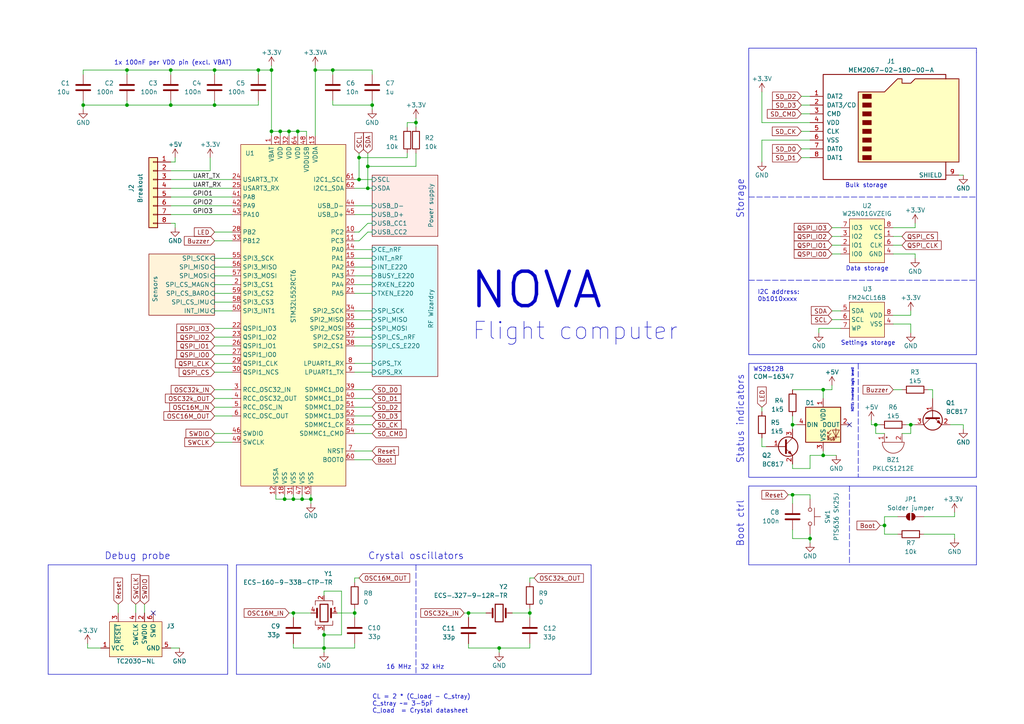
<source format=kicad_sch>
(kicad_sch (version 20230121) (generator eeschema)
  (paper "A4")
  (title_block (title "NOVA Flight computer") (date "2023-03-22") (rev "v0.0.1") (company "UCD Aerospace Engineering Team") (comment 1 "Til Blechschmidt"))
  (lib_symbols
    (symbol "Connector:Conn_ARM_SWD_TagConnect_TC2030-NL" (in_bom no)
      (property "Reference" "J" (at 2.54 11.43 0))
      (property "Value" "Conn_ARM_SWD_TagConnect_TC2030-NL" (at 2.54 8.89 0))
      (symbol "Conn_ARM_SWD_TagConnect_TC2030-NL_0_0"
        (pin power_in line (at -2.54 10.16 270) (length 2.54) (name "VCC") (number "1"))
        (pin bidirectional line (at 7.62 -2.54 180) (length 2.54) (name "SWDIO") (number "2"))
        (pin open_collector line (at 7.62 5.08 180) (length 2.54) (name "~{RESET}") (number "3"))
        (pin output line (at 7.62 0 180) (length 2.54) (name "SWCLK") (number "4"))
        (pin power_in line (at -2.54 -10.16 90) (length 2.54) (name "GND") (number "5"))
        (pin input line (at 7.62 -5.08 180) (length 2.54) (name "SWO") (number "6"))
      )
    )
    (symbol "Connector:Micro_SD_Card" (pin_names (offset 1.016))
      (property "Reference" "J" (at -16.51 15.24 0))
      (property "Value" "Micro_SD_Card" (at 16.51 15.24 0))
      (symbol "Micro_SD_Card_1_1"
        (pin bidirectional line (at -22.86 7.62 0) (length 3.81) (name "DAT2") (number "1"))
        (pin bidirectional line (at -22.86 5.08 0) (length 3.81) (name "DAT3/CD") (number "2"))
        (pin input line (at -22.86 2.54 0) (length 3.81) (name "CMD") (number "3"))
        (pin power_in line (at -22.86 0 0) (length 3.81) (name "VDD") (number "4"))
        (pin input line (at -22.86 -2.54 0) (length 3.81) (name "CLK") (number "5"))
        (pin power_in line (at -22.86 -5.08 0) (length 3.81) (name "VSS") (number "6"))
        (pin bidirectional line (at -22.86 -7.62 0) (length 3.81) (name "DAT0") (number "7"))
        (pin bidirectional line (at -22.86 -10.16 0) (length 3.81) (name "DAT1") (number "8"))
        (pin passive line (at 20.32 -15.24 180) (length 3.81) (name "SHIELD") (number "9"))
      )
    )
    (symbol "Connector_Generic:Conn_01x08" (pin_names (offset 1.016) hide)
      (property "Reference" "J" (at 0 10.16 0))
      (property "Value" "Conn_01x08" (at 0 -12.7 0))
      (symbol "Conn_01x08_1_1"
        (pin passive line (at -5.08 7.62 0) (length 3.81) (name "Pin_1") (number "1"))
        (pin passive line (at -5.08 5.08 0) (length 3.81) (name "Pin_2") (number "2"))
        (pin passive line (at -5.08 2.54 0) (length 3.81) (name "Pin_3") (number "3"))
        (pin passive line (at -5.08 0 0) (length 3.81) (name "Pin_4") (number "4"))
        (pin passive line (at -5.08 -2.54 0) (length 3.81) (name "Pin_5") (number "5"))
        (pin passive line (at -5.08 -5.08 0) (length 3.81) (name "Pin_6") (number "6"))
        (pin passive line (at -5.08 -7.62 0) (length 3.81) (name "Pin_7") (number "7"))
        (pin passive line (at -5.08 -10.16 0) (length 3.81) (name "Pin_8") (number "8"))
      )
    )
    (symbol "Device:Buzzer" (pin_names (offset 0.0254) hide)
      (property "Reference" "BZ" (at 3.81 1.27 0))
      (property "Value" "Buzzer" (at 3.81 -1.27 0))
      (symbol "Buzzer_1_1"
        (pin passive line (at -2.54 2.54 0) (length 2.54) (name "-") (number "1"))
        (pin passive line (at -2.54 -2.54 0) (length 2.54) (name "+") (number "2"))
      )
    )
    (symbol "Device:C" (pin_numbers hide) (pin_names (offset 0.254))
      (property "Reference" "C" (at 0.635 2.54 0))
      (property "Value" "C" (at 0.635 -2.54 0))
      (symbol "C_1_1"
        (pin passive line (at 0 3.81 270) (length 2.794) (name "~") (number "1"))
        (pin passive line (at 0 -3.81 90) (length 2.794) (name "~") (number "2"))
      )
    )
    (symbol "Device:Crystal" (pin_numbers hide) (pin_names (offset 1.016) hide)
      (property "Reference" "Y" (at 0 3.81 0))
      (property "Value" "Crystal" (at 0 -3.81 0))
      (symbol "Crystal_1_1"
        (pin passive line (at -3.81 0 0) (length 1.27) (name "1") (number "1"))
        (pin passive line (at 3.81 0 180) (length 1.27) (name "2") (number "2"))
      )
    )
    (symbol "Device:Crystal_GND23" (pin_names (offset 1.016) hide)
      (property "Reference" "Y" (at 3.175 5.08 0))
      (property "Value" "Crystal_GND23" (at 3.175 3.175 0))
      (symbol "Crystal_GND23_1_1"
        (pin passive line (at -3.81 0 0) (length 1.27) (name "1") (number "1"))
        (pin passive line (at 0 5.08 270) (length 1.27) (name "2") (number "2"))
        (pin passive line (at 0 -5.08 90) (length 1.27) (name "3") (number "3"))
        (pin passive line (at 3.81 0 180) (length 1.27) (name "4") (number "4"))
      )
    )
    (symbol "Device:R" (pin_numbers hide) (pin_names (offset 0))
      (property "Reference" "R" (at 2.032 0 90))
      (property "Value" "R" (at 0 0 90))
      (symbol "R_1_1"
        (pin passive line (at 0 3.81 270) (length 1.27) (name "~") (number "1"))
        (pin passive line (at 0 -3.81 90) (length 1.27) (name "~") (number "2"))
      )
    )
    (symbol "Jumper:SolderJumper_2_Open" (pin_numbers hide) (pin_names (offset 0) hide)
      (property "Reference" "JP" (at 0 2.032 0))
      (property "Value" "SolderJumper_2_Open" (at 0 -2.54 0))
      (symbol "SolderJumper_2_Open_1_1"
        (pin passive line (at -3.81 0 0) (length 2.54) (name "A") (number "1"))
        (pin passive line (at 3.81 0 180) (length 2.54) (name "B") (number "2"))
      )
    )
    (symbol "LED:WS2812B" (pin_names (offset 0.254))
      (property "Reference" "D" (at 5.08 5.715 0))
      (property "Value" "WS2812B" (at 1.27 -5.715 0))
      (symbol "WS2812B_0_0"
        (text "RGB" (at 2.286 -4.191 0) (effects (font (size 0.762 0.762))))
      )
      (symbol "WS2812B_1_1"
        (pin power_in line (at 0 7.62 270) (length 2.54) (name "VDD") (number "1"))
        (pin output line (at 7.62 0 180) (length 2.54) (name "DOUT") (number "2"))
        (pin power_in line (at 0 -7.62 90) (length 2.54) (name "VSS") (number "3"))
        (pin input line (at -7.62 0 0) (length 2.54) (name "DIN") (number "4"))
      )
    )
    (symbol "Odyssey:FM24CL16B"
      (property "Reference" "U" (at 1.27 1.27 0))
      (property "Value" "FM24CL16B" (at 1.27 -11.43 0))
      (symbol "FM24CL16B_0_0"
        (pin no_connect line (at -1.27 2.54 270) (length 2.54) hide (name "NC") (number "1"))
        (pin no_connect line (at 1.27 2.54 270) (length 2.54) hide (name "NC") (number "2"))
        (pin no_connect line (at 3.81 2.54 270) (length 2.54) hide (name "NC") (number "3"))
        (pin power_in line (at -6.35 -6.35 0) (length 2.54) (name "VSS") (number "4"))
        (pin bidirectional line (at 8.89 -2.54 180) (length 2.54) (name "SDA") (number "5"))
        (pin input line (at 8.89 -5.08 180) (length 2.54) (name "SCL") (number "6"))
        (pin input line (at 8.89 -7.62 180) (length 2.54) (name "WP") (number "7"))
        (pin power_in line (at -6.35 -3.81 0) (length 2.54) (name "VDD") (number "8"))
      )
    )
    (symbol "Odyssey:STM32L552RCT6"
      (property "Reference" "U" (at -19.05 -87.63 0))
      (property "Value" "STM32L552RCT6" (at -24.13 -85.09 0))
      (symbol "STM32L552RCT6_0_0"
        (pin power_in line (at -6.35 12.7 270) (length 2.54) (name "VBAT") (number "1"))
        (pin bidirectional line (at 17.78 -15.24 180) (length 2.54) (name "PC2") (number "10"))
        (pin bidirectional line (at 17.78 -17.78 180) (length 2.54) (name "PC3") (number "11"))
        (pin power_in line (at -5.08 -91.44 90) (length 2.54) (name "VSSA") (number "12"))
        (pin power_in line (at 6.35 12.7 270) (length 2.54) (name "VDDA") (number "13"))
        (pin bidirectional line (at 17.78 -20.32 180) (length 2.54) (name "PA0") (number "14"))
        (pin bidirectional line (at 17.78 -22.86 180) (length 2.54) (name "PA1") (number "15"))
        (pin bidirectional line (at 17.78 -25.4 180) (length 2.54) (name "PA2") (number "16"))
        (pin bidirectional line (at 17.78 -27.94 180) (length 2.54) (name "PA3") (number "17"))
        (pin power_in line (at -2.54 -91.44 90) (length 2.54) (name "VSS") (number "18"))
        (pin power_in line (at -3.81 12.7 270) (length 2.54) (name "VDD") (number "19"))
        (pin bidirectional line (at -17.78 -30.48 0) (length 2.54) (name "SPI3_CS1") (number "2"))
        (pin bidirectional line (at 17.78 -30.48 180) (length 2.54) (name "PA4") (number "20"))
        (pin bidirectional line (at 17.78 -33.02 180) (length 2.54) (name "PA5") (number "21"))
        (pin bidirectional line (at -17.78 -43.18 0) (length 2.54) (name "QSPI1_IO3") (number "22"))
        (pin bidirectional line (at -17.78 -45.72 0) (length 2.54) (name "QSPI1_IO2") (number "23"))
        (pin bidirectional line (at -17.78 0 0) (length 2.54) (name "USART3_TX") (number "24"))
        (pin bidirectional line (at -17.78 -2.54 0) (length 2.54) (name "USART3_RX") (number "25"))
        (pin bidirectional line (at -17.78 -48.26 0) (length 2.54) (name "QSPI1_IO1") (number "26"))
        (pin bidirectional line (at -17.78 -50.8 0) (length 2.54) (name "QSPI1_IO0") (number "27"))
        (pin bidirectional line (at -17.78 -15.24 0) (length 2.54) (name "PB2") (number "28"))
        (pin bidirectional line (at -17.78 -53.34 0) (length 2.54) (name "QSPI1_CLK") (number "29"))
        (pin bidirectional line (at -17.78 -60.96 0) (length 2.54) (name "RCC_OSC32_IN") (number "3"))
        (pin bidirectional line (at -17.78 -55.88 0) (length 2.54) (name "QSPI1_NCS") (number "30"))
        (pin power_in line (at 0 -91.44 90) (length 2.54) (name "VSS") (number "31"))
        (pin power_in line (at -1.27 12.7 270) (length 2.54) (name "VDD") (number "32"))
        (pin bidirectional line (at -17.78 -17.78 0) (length 2.54) (name "PB12") (number "33"))
        (pin bidirectional line (at 17.78 -38.1 180) (length 2.54) (name "SPI2_SCK") (number "34"))
        (pin bidirectional line (at 17.78 -40.64 180) (length 2.54) (name "SPI2_MISO") (number "35"))
        (pin bidirectional line (at 17.78 -43.18 180) (length 2.54) (name "SPI2_MOSI") (number "36"))
        (pin bidirectional line (at 17.78 -45.72 180) (length 2.54) (name "SPI2_CS2") (number "37"))
        (pin bidirectional line (at 17.78 -48.26 180) (length 2.54) (name "SPI2_CS1") (number "38"))
        (pin bidirectional line (at 17.78 -60.96 180) (length 2.54) (name "SDMMC1_D0") (number "39"))
        (pin bidirectional line (at -17.78 -63.5 0) (length 2.54) (name "RCC_OSC32_OUT") (number "4"))
        (pin bidirectional line (at 17.78 -63.5 180) (length 2.54) (name "SDMMC1_D1") (number "40"))
        (pin bidirectional line (at -17.78 -5.08 0) (length 2.54) (name "PA8") (number "41"))
        (pin bidirectional line (at -17.78 -7.62 0) (length 2.54) (name "PA9") (number "42"))
        (pin bidirectional line (at -17.78 -73.66 0) (length 2.54) (name "SWDIO") (number "46"))
        (pin power_in line (at 2.54 -91.44 90) (length 2.54) (name "VSS") (number "47"))
        (pin power_in line (at 3.81 12.7 270) (length 2.54) (name "VDDUSB") (number "48"))
        (pin bidirectional line (at -17.78 -76.2 0) (length 2.54) (name "SWCLK") (number "49"))
        (pin bidirectional line (at -17.78 -66.04 0) (length 2.54) (name "RCC_OSC_IN") (number "5"))
        (pin bidirectional line (at 17.78 -66.04 180) (length 2.54) (name "SDMMC1_D2") (number "51"))
        (pin bidirectional line (at 17.78 -68.58 180) (length 2.54) (name "SDMMC1_D3") (number "52"))
        (pin bidirectional line (at 17.78 -71.12 180) (length 2.54) (name "SDMMC1_CK") (number "53"))
        (pin bidirectional line (at 17.78 -73.66 180) (length 2.54) (name "SDMMC1_CMD") (number "54"))
        (pin bidirectional line (at -17.78 -22.86 0) (length 2.54) (name "SPI3_SCK") (number "55"))
        (pin bidirectional line (at -17.78 -25.4 0) (length 2.54) (name "SPI3_MISO") (number "56"))
        (pin bidirectional line (at -17.78 -27.94 0) (length 2.54) (name "SPI3_MOSI") (number "57"))
        (pin bidirectional line (at -17.78 -35.56 0) (length 2.54) (name "SPI3_CS3") (number "58"))
        (pin bidirectional line (at -17.78 -33.02 0) (length 2.54) (name "SPI3_CS2") (number "59"))
        (pin bidirectional line (at -17.78 -68.58 0) (length 2.54) (name "RCC_OSC_OUT") (number "6"))
        (pin input line (at 17.78 -81.28 180) (length 2.54) (name "BOOT0") (number "60"))
        (pin bidirectional line (at 17.78 0 180) (length 2.54) (name "I2C1_SCL") (number "61"))
        (pin bidirectional line (at 17.78 -2.54 180) (length 2.54) (name "I2C1_SDA") (number "62"))
        (pin power_in line (at 5.08 -91.44 90) (length 2.54) (name "VSS") (number "63"))
        (pin power_in line (at 1.27 12.7 270) (length 2.54) (name "VDD") (number "64"))
        (pin input line (at 17.78 -78.74 180) (length 2.54) (name "NRST") (number "7"))
        (pin bidirectional line (at 17.78 -53.34 180) (length 2.54) (name "LPUART1_RX") (number "8"))
        (pin bidirectional line (at 17.78 -55.88 180) (length 2.54) (name "LPUART1_TX") (number "9"))
      )
      (symbol "STM32L552RCT6_1_0"
        (pin bidirectional line (at -17.78 -10.16 0) (length 2.54) (name "PA10") (number "43"))
        (pin bidirectional line (at 17.78 -7.62 180) (length 2.54) (name "USB_D-") (number "44"))
        (pin bidirectional line (at 17.78 -10.16 180) (length 2.54) (name "USB_D+") (number "45"))
        (pin bidirectional line (at -17.78 -38.1 0) (length 2.54) (name "SPI3_INT1") (number "50"))
      )
    )
    (symbol "Odyssey:W25N01GVZEIG"
      (property "Reference" "U" (at 0 -13.97 0))
      (property "Value" "W25N01GVZEIG" (at 0 1.27 0))
      (symbol "W25N01GVZEIG_0_0"
        (pin input line (at -7.62 -5.08 0) (length 2.54) (name "CS") (number "1"))
        (pin bidirectional line (at 7.62 -7.62 180) (length 2.54) (name "IO1") (number "2"))
        (pin bidirectional line (at 7.62 -5.08 180) (length 2.54) (name "IO2") (number "3"))
        (pin power_in line (at -7.62 -10.16 0) (length 2.54) (name "GND") (number "4"))
        (pin bidirectional line (at 7.62 -10.16 180) (length 2.54) (name "IO0") (number "5"))
        (pin input line (at -7.62 -7.62 0) (length 2.54) (name "CLK") (number "6"))
        (pin bidirectional line (at 7.62 -2.54 180) (length 2.54) (name "IO3") (number "7"))
        (pin power_in line (at -7.62 -2.54 0) (length 2.54) (name "VCC") (number "8"))
      )
    )
    (symbol "Switch:SW_Push" (pin_numbers hide) (pin_names (offset 1.016) hide)
      (property "Reference" "SW" (at 1.27 2.54 0))
      (property "Value" "SW_Push" (at 0 -1.524 0))
      (symbol "SW_Push_0_1"
        (pin passive line (at -5.08 0 0) (length 2.54) (name "1") (number "1"))
        (pin passive line (at 5.08 0 180) (length 2.54) (name "2") (number "2"))
      )
    )
    (symbol "Transistor_BJT:BC817" (pin_names (offset 0) hide)
      (property "Reference" "Q" (at 5.08 1.905 0))
      (property "Value" "BC817" (at 5.08 0 0))
      (symbol "BC817_1_1"
        (pin input line (at -5.08 0 0) (length 5.715) (name "B") (number "1"))
        (pin passive line (at 2.54 -5.08 90) (length 2.54) (name "E") (number "2"))
        (pin passive line (at 2.54 5.08 270) (length 2.54) (name "C") (number "3"))
      )
    )
    (symbol "power:+3.3V" (power) (pin_names (offset 0))
      (property "Value" "+3.3V" (at 0 3.556 0))
      (symbol "+3.3V_1_1"
        (pin power_in line (at 0 0 90) (length 0) hide (name "+3.3V") (number "1"))
      )
    )
    (symbol "power:+3.3VA" (power) (pin_names (offset 0))
      (property "Value" "+3.3VA" (at 0 3.556 0))
      (symbol "+3.3VA_1_1"
        (pin power_in line (at 0 0 90) (length 0) hide (name "+3.3VA") (number "1"))
      )
    )
    (symbol "power:+5V" (power) (pin_names (offset 0))
      (property "Value" "+5V" (at 0 3.556 0))
      (symbol "+5V_1_1"
        (pin power_in line (at 0 0 90) (length 0) hide (name "+5V") (number "1"))
      )
    )
    (symbol "power:GND" (power) (pin_names (offset 0))
      (property "Value" "GND" (at 0 -3.81 0))
      (symbol "GND_1_1"
        (pin power_in line (at 0 0 270) (length 0) hide (name "GND") (number "1"))
      )
    )
  )
  (junction (at 49.53 20.32))
  (junction (at 74.93 20.32))
  (junction (at 96.52 20.32))
  (junction (at 62.23 30.48))
  (junction (at 93.98 187.96))
  (junction (at 87.63 144.78))
  (junction (at 81.28 38.1))
  (junction (at 106.68 48.26))
  (junction (at 104.14 52.07))
  (junction (at 144.78 187.96))
  (junction (at 93.98 184.15))
  (junction (at 85.09 177.8))
  (junction (at 238.76 113.03))
  (junction (at 24.13 30.48))
  (junction (at 85.09 144.78))
  (junction (at 62.23 20.32))
  (junction (at 106.68 54.61))
  (junction (at 264.16 123.19))
  (junction (at 91.44 20.32))
  (junction (at 234.95 156.21))
  (junction (at 78.74 20.32))
  (junction (at 135.89 177.8))
  (junction (at 229.87 123.19))
  (junction (at 229.87 143.51))
  (junction (at 49.53 30.48))
  (junction (at 104.14 45.72))
  (junction (at 256.54 152.4))
  (junction (at 102.87 177.8))
  (junction (at 153.67 177.8))
  (junction (at 82.55 144.78))
  (junction (at 36.83 20.32))
  (junction (at 120.65 35.56))
  (junction (at 86.36 38.1))
  (junction (at 83.82 38.1))
  (junction (at 107.95 30.48))
  (junction (at 238.76 132.08))
  (junction (at 78.74 38.1))
  (junction (at 36.83 30.48))
  (junction (at 90.17 144.78))
  (junction (at 254 123.19))
  (no_connect (at 44.45 177.8))
  (no_connect (at 246.38 123.19))
  (wire (pts (xy 62.23 20.32) (xy 74.93 20.32)))
  (wire (pts (xy 82.55 144.78) (xy 85.09 144.78)))
  (wire (pts (xy 259.08 66.04) (xy 265.43 66.04)))
  (wire (pts (xy 90.17 177.8) (xy 85.09 177.8)))
  (wire (pts (xy 102.87 120.65) (xy 107.95 120.65)))
  (wire (pts (xy 154.94 167.64) (xy 153.67 167.64)))
  (polyline (pts (xy 283.21 13.97) (xy 283.21 15.24)))
  (wire (pts (xy 96.52 21.59) (xy 96.52 20.32)))
  (wire (pts (xy 234.95 143.51) (xy 234.95 144.78)))
  (wire (pts (xy 102.87 118.11) (xy 107.95 118.11)))
  (wire (pts (xy 238.76 113.03) (xy 238.76 115.57)))
  (wire (pts (xy 49.53 57.15) (xy 67.31 57.15)))
  (wire (pts (xy 86.36 38.1) (xy 86.36 39.37)))
  (polyline (pts (xy 217.17 163.83) (xy 283.21 163.83)))
  (wire (pts (xy 91.44 20.32) (xy 96.52 20.32)))
  (wire (pts (xy 252.73 121.92) (xy 252.73 123.19)))
  (polyline (pts (xy 217.17 81.28) (xy 283.21 81.28)) (stroke (width 0) (type dash)))
  (wire (pts (xy 229.87 153.67) (xy 229.87 156.21)))
  (wire (pts (xy 220.98 129.54) (xy 220.98 127)))
  (wire (pts (xy 241.3 66.04) (xy 243.84 66.04)))
  (wire (pts (xy 102.87 187.96) (xy 102.87 186.69)))
  (wire (pts (xy 62.23 82.55) (xy 67.31 82.55)))
  (wire (pts (xy 262.89 123.19) (xy 264.16 123.19)))
  (wire (pts (xy 85.09 187.96) (xy 93.98 187.96)))
  (wire (pts (xy 99.06 184.15) (xy 93.98 184.15)))
  (wire (pts (xy 148.59 177.8) (xy 153.67 177.8)))
  (wire (pts (xy 25.4 187.96) (xy 25.4 186.69)))
  (wire (pts (xy 102.87 74.93) (xy 107.95 74.93)))
  (wire (pts (xy 252.73 123.19) (xy 254 123.19)))
  (wire (pts (xy 85.09 177.8) (xy 85.09 179.07)))
  (wire (pts (xy 104.14 67.31) (xy 106.68 64.77)))
  (wire (pts (xy 41.91 177.8) (xy 41.91 175.26)))
  (wire (pts (xy 135.89 177.8) (xy 135.89 179.07)))
  (wire (pts (xy 62.23 105.41) (xy 67.31 105.41)))
  (wire (pts (xy 62.23 118.11) (xy 67.31 118.11)))
  (wire (pts (xy 144.78 187.96) (xy 144.78 189.23)))
  (wire (pts (xy 93.98 182.88) (xy 93.98 184.15)))
  (wire (pts (xy 118.11 35.56) (xy 118.11 36.83)))
  (wire (pts (xy 102.87 80.01) (xy 107.95 80.01)))
  (wire (pts (xy 229.87 123.19) (xy 229.87 124.46)))
  (wire (pts (xy 102.87 92.71) (xy 107.95 92.71)))
  (wire (pts (xy 36.83 29.21) (xy 36.83 30.48)))
  (wire (pts (xy 62.23 29.21) (xy 62.23 30.48)))
  (wire (pts (xy 241.3 71.12) (xy 243.84 71.12)))
  (wire (pts (xy 264.16 91.44) (xy 264.16 90.17)))
  (wire (pts (xy 62.23 80.01) (xy 67.31 80.01)))
  (wire (pts (xy 91.44 19.05) (xy 91.44 20.32)))
  (wire (pts (xy 90.17 144.78) (xy 90.17 146.05)))
  (wire (pts (xy 24.13 20.32) (xy 36.83 20.32)))
  (wire (pts (xy 107.95 29.21) (xy 107.95 30.48)))
  (wire (pts (xy 259.08 71.12) (xy 261.62 71.12)))
  (wire (pts (xy 102.87 67.31) (xy 104.14 67.31)))
  (wire (pts (xy 90.17 143.51) (xy 90.17 144.78)))
  (wire (pts (xy 49.53 49.53) (xy 60.96 49.53)))
  (wire (pts (xy 106.68 67.31) (xy 107.95 67.31)))
  (wire (pts (xy 49.53 20.32) (xy 62.23 20.32)))
  (wire (pts (xy 229.87 143.51) (xy 234.95 143.51)))
  (polyline (pts (xy 120.65 163.83) (xy 120.65 195.58)) (stroke (width 0) (type dash)))
  (wire (pts (xy 83.82 38.1) (xy 86.36 38.1)))
  (wire (pts (xy 25.4 187.96) (xy 29.21 187.96)))
  (wire (pts (xy 102.87 123.19) (xy 107.95 123.19)))
  (wire (pts (xy 107.95 30.48) (xy 107.95 31.75)))
  (wire (pts (xy 118.11 45.72) (xy 118.11 44.45)))
  (wire (pts (xy 104.14 45.72) (xy 104.14 52.07)))
  (wire (pts (xy 62.23 107.95) (xy 67.31 107.95)))
  (wire (pts (xy 120.65 36.83) (xy 120.65 35.56)))
  (wire (pts (xy 269.24 113.03) (xy 270.51 113.03)))
  (wire (pts (xy 259.08 91.44) (xy 264.16 91.44)))
  (wire (pts (xy 153.67 176.53) (xy 153.67 177.8)))
  (wire (pts (xy 234.95 40.64) (xy 220.98 40.64)))
  (wire (pts (xy 93.98 184.15) (xy 93.98 187.96)))
  (wire (pts (xy 36.83 20.32) (xy 49.53 20.32)))
  (wire (pts (xy 88.9 38.1) (xy 86.36 38.1)))
  (wire (pts (xy 78.74 38.1) (xy 81.28 38.1)))
  (wire (pts (xy 144.78 187.96) (xy 153.67 187.96)))
  (wire (pts (xy 234.95 156.21) (xy 234.95 157.48)))
  (wire (pts (xy 241.3 90.17) (xy 243.84 90.17)))
  (wire (pts (xy 276.86 154.94) (xy 276.86 156.21)))
  (wire (pts (xy 62.23 113.03) (xy 67.31 113.03)))
  (wire (pts (xy 275.59 123.19) (xy 279.4 123.19)))
  (wire (pts (xy 241.3 68.58) (xy 243.84 68.58)))
  (wire (pts (xy 62.23 115.57) (xy 67.31 115.57)))
  (wire (pts (xy 36.83 20.32) (xy 36.83 21.59)))
  (wire (pts (xy 49.53 187.96) (xy 52.07 187.96)))
  (wire (pts (xy 62.23 85.09) (xy 67.31 85.09)))
  (wire (pts (xy 220.98 35.56) (xy 220.98 26.67)))
  (wire (pts (xy 24.13 30.48) (xy 24.13 31.75)))
  (wire (pts (xy 93.98 172.72) (xy 93.98 171.45)))
  (wire (pts (xy 261.62 125.73) (xy 264.16 125.73)))
  (wire (pts (xy 256.54 152.4) (xy 256.54 149.86)))
  (wire (pts (xy 62.23 120.65) (xy 67.31 120.65)))
  (wire (pts (xy 264.16 93.98) (xy 264.16 96.52)))
  (wire (pts (xy 270.51 113.03) (xy 270.51 115.57)))
  (wire (pts (xy 102.87 176.53) (xy 102.87 177.8)))
  (wire (pts (xy 234.95 132.08) (xy 234.95 135.89)))
  (wire (pts (xy 24.13 29.21) (xy 24.13 30.48)))
  (wire (pts (xy 62.23 128.27) (xy 67.31 128.27)))
  (wire (pts (xy 153.67 167.64) (xy 153.67 168.91)))
  (wire (pts (xy 62.23 102.87) (xy 67.31 102.87)))
  (wire (pts (xy 241.3 113.03) (xy 238.76 113.03)))
  (wire (pts (xy 96.52 30.48) (xy 107.95 30.48)))
  (wire (pts (xy 267.97 149.86) (xy 276.86 149.86)))
  (wire (pts (xy 85.09 186.69) (xy 85.09 187.96)))
  (wire (pts (xy 104.14 44.45) (xy 104.14 45.72)))
  (wire (pts (xy 222.25 129.54) (xy 220.98 129.54)))
  (wire (pts (xy 102.87 97.79) (xy 107.95 97.79)))
  (wire (pts (xy 34.29 177.8) (xy 34.29 175.26)))
  (polyline (pts (xy 283.21 15.24) (xy 283.21 102.87)))
  (wire (pts (xy 259.08 113.03) (xy 261.62 113.03)))
  (wire (pts (xy 106.68 48.26) (xy 120.65 48.26)))
  (wire (pts (xy 78.74 38.1) (xy 78.74 39.37)))
  (wire (pts (xy 237.49 95.25) (xy 243.84 95.25)))
  (wire (pts (xy 232.41 43.18) (xy 234.95 43.18)))
  (wire (pts (xy 102.87 130.81) (xy 107.95 130.81)))
  (wire (pts (xy 232.41 38.1) (xy 234.95 38.1)))
  (wire (pts (xy 232.41 27.94) (xy 234.95 27.94)))
  (wire (pts (xy 62.23 95.25) (xy 67.31 95.25)))
  (wire (pts (xy 102.87 72.39) (xy 107.95 72.39)))
  (wire (pts (xy 102.87 133.35) (xy 107.95 133.35)))
  (wire (pts (xy 241.3 73.66) (xy 243.84 73.66)))
  (wire (pts (xy 229.87 113.03) (xy 238.76 113.03)))
  (wire (pts (xy 228.6 143.51) (xy 229.87 143.51)))
  (polyline (pts (xy 283.21 102.87) (xy 217.17 102.87)))
  (wire (pts (xy 229.87 120.65) (xy 229.87 123.19)))
  (wire (pts (xy 279.4 124.46) (xy 279.4 123.19)))
  (polyline (pts (xy 217.17 13.97) (xy 283.21 13.97)))
  (wire (pts (xy 259.08 68.58) (xy 261.62 68.58)))
  (wire (pts (xy 220.98 40.64) (xy 220.98 46.99)))
  (wire (pts (xy 153.67 177.8) (xy 153.67 179.07)))
  (wire (pts (xy 264.16 125.73) (xy 264.16 123.19)))
  (wire (pts (xy 102.87 85.09) (xy 107.95 85.09)))
  (wire (pts (xy 87.63 143.51) (xy 87.63 144.78)))
  (wire (pts (xy 81.28 38.1) (xy 83.82 38.1)))
  (wire (pts (xy 102.87 125.73) (xy 107.95 125.73)))
  (wire (pts (xy 106.68 44.45) (xy 106.68 48.26)))
  (wire (pts (xy 229.87 123.19) (xy 231.14 123.19)))
  (wire (pts (xy 62.23 30.48) (xy 49.53 30.48)))
  (wire (pts (xy 120.65 35.56) (xy 118.11 35.56)))
  (wire (pts (xy 74.93 20.32) (xy 74.93 21.59)))
  (wire (pts (xy 102.87 107.95) (xy 107.95 107.95)))
  (wire (pts (xy 241.3 113.03) (xy 241.3 111.76)))
  (wire (pts (xy 60.96 49.53) (xy 60.96 45.72)))
  (wire (pts (xy 99.06 171.45) (xy 99.06 184.15)))
  (wire (pts (xy 62.23 77.47) (xy 67.31 77.47)))
  (wire (pts (xy 39.37 177.8) (xy 39.37 175.26)))
  (wire (pts (xy 78.74 19.05) (xy 78.74 20.32)))
  (wire (pts (xy 102.87 52.07) (xy 104.14 52.07)))
  (wire (pts (xy 256.54 125.73) (xy 254 125.73)))
  (polyline (pts (xy 68.58 195.58) (xy 171.45 195.58)))
  (polyline (pts (xy 66.04 195.58) (xy 66.04 163.83)))
  (wire (pts (xy 259.08 93.98) (xy 264.16 93.98)))
  (polyline (pts (xy 217.17 140.97) (xy 217.17 163.83)))
  (wire (pts (xy 229.87 143.51) (xy 229.87 146.05)))
  (wire (pts (xy 88.9 39.37) (xy 88.9 38.1)))
  (wire (pts (xy 81.28 38.1) (xy 81.28 39.37)))
  (wire (pts (xy 232.41 30.48) (xy 234.95 30.48)))
  (polyline (pts (xy 283.21 140.97) (xy 217.17 140.97)))
  (wire (pts (xy 102.87 167.64) (xy 102.87 168.91)))
  (wire (pts (xy 80.01 144.78) (xy 82.55 144.78)))
  (wire (pts (xy 265.43 66.04) (xy 265.43 64.77)))
  (polyline (pts (xy 217.17 138.43) (xy 217.17 105.41)))
  (wire (pts (xy 93.98 187.96) (xy 102.87 187.96)))
  (wire (pts (xy 85.09 143.51) (xy 85.09 144.78)))
  (wire (pts (xy 102.87 77.47) (xy 107.95 77.47)))
  (wire (pts (xy 62.23 125.73) (xy 67.31 125.73)))
  (wire (pts (xy 104.14 167.64) (xy 102.87 167.64)))
  (polyline (pts (xy 283.21 138.43) (xy 217.17 138.43)))
  (wire (pts (xy 265.43 73.66) (xy 265.43 74.93)))
  (wire (pts (xy 241.3 92.71) (xy 243.84 92.71)))
  (wire (pts (xy 220.98 118.11) (xy 220.98 119.38)))
  (wire (pts (xy 49.53 52.07) (xy 67.31 52.07)))
  (wire (pts (xy 102.87 62.23) (xy 107.95 62.23)))
  (wire (pts (xy 49.53 62.23) (xy 67.31 62.23)))
  (wire (pts (xy 135.89 177.8) (xy 140.97 177.8)))
  (wire (pts (xy 102.87 105.41) (xy 107.95 105.41)))
  (wire (pts (xy 237.49 95.25) (xy 237.49 96.52)))
  (wire (pts (xy 62.23 69.85) (xy 67.31 69.85)))
  (wire (pts (xy 102.87 69.85) (xy 104.14 69.85)))
  (wire (pts (xy 36.83 30.48) (xy 24.13 30.48)))
  (wire (pts (xy 102.87 177.8) (xy 102.87 179.07)))
  (wire (pts (xy 229.87 156.21) (xy 234.95 156.21)))
  (wire (pts (xy 242.57 132.08) (xy 238.76 132.08)))
  (wire (pts (xy 106.68 54.61) (xy 107.95 54.61)))
  (wire (pts (xy 93.98 187.96) (xy 93.98 189.23)))
  (wire (pts (xy 256.54 149.86) (xy 260.35 149.86)))
  (wire (pts (xy 49.53 54.61) (xy 67.31 54.61)))
  (polyline (pts (xy 217.17 57.15) (xy 283.21 57.15)) (stroke (width 0) (type dash)))
  (wire (pts (xy 85.09 144.78) (xy 87.63 144.78)))
  (wire (pts (xy 74.93 30.48) (xy 62.23 30.48)))
  (wire (pts (xy 120.65 34.29) (xy 120.65 35.56)))
  (wire (pts (xy 62.23 67.31) (xy 67.31 67.31)))
  (wire (pts (xy 279.4 50.8) (xy 278.13 50.8)))
  (wire (pts (xy 259.08 73.66) (xy 265.43 73.66)))
  (polyline (pts (xy 248.92 105.41) (xy 248.92 138.43)) (stroke (width 0) (type dash)))
  (wire (pts (xy 106.68 64.77) (xy 107.95 64.77)))
  (wire (pts (xy 50.8 66.04) (xy 50.8 64.77)))
  (polyline (pts (xy 13.97 195.58) (xy 66.04 195.58)))
  (wire (pts (xy 267.97 154.94) (xy 276.86 154.94)))
  (wire (pts (xy 234.95 132.08) (xy 238.76 132.08)))
  (wire (pts (xy 96.52 29.21) (xy 96.52 30.48)))
  (wire (pts (xy 264.16 123.19) (xy 265.43 123.19)))
  (wire (pts (xy 50.8 46.99) (xy 50.8 45.72)))
  (wire (pts (xy 50.8 64.77) (xy 49.53 64.77)))
  (wire (pts (xy 83.82 38.1) (xy 83.82 39.37)))
  (wire (pts (xy 102.87 82.55) (xy 107.95 82.55)))
  (wire (pts (xy 91.44 20.32) (xy 91.44 39.37)))
  (wire (pts (xy 144.78 187.96) (xy 135.89 187.96)))
  (wire (pts (xy 74.93 29.21) (xy 74.93 30.48)))
  (wire (pts (xy 87.63 144.78) (xy 90.17 144.78)))
  (wire (pts (xy 104.14 69.85) (xy 106.68 67.31)))
  (polyline (pts (xy 171.45 163.83) (xy 68.58 163.83)))
  (wire (pts (xy 62.23 90.17) (xy 67.31 90.17)))
  (polyline (pts (xy 171.45 195.58) (xy 171.45 163.83)))
  (wire (pts (xy 102.87 113.03) (xy 107.95 113.03)))
  (wire (pts (xy 254 123.19) (xy 255.27 123.19)))
  (wire (pts (xy 102.87 90.17) (xy 107.95 90.17)))
  (polyline (pts (xy 283.21 140.97) (xy 283.21 163.83)))
  (wire (pts (xy 238.76 130.81) (xy 238.76 132.08)))
  (wire (pts (xy 276.86 149.86) (xy 276.86 148.59)))
  (wire (pts (xy 62.23 100.33) (xy 67.31 100.33)))
  (wire (pts (xy 80.01 143.51) (xy 80.01 144.78)))
  (wire (pts (xy 104.14 45.72) (xy 118.11 45.72)))
  (wire (pts (xy 49.53 29.21) (xy 49.53 30.48)))
  (wire (pts (xy 74.93 20.32) (xy 78.74 20.32)))
  (wire (pts (xy 93.98 171.45) (xy 99.06 171.45)))
  (wire (pts (xy 24.13 21.59) (xy 24.13 20.32)))
  (wire (pts (xy 62.23 97.79) (xy 67.31 97.79)))
  (wire (pts (xy 260.35 154.94) (xy 256.54 154.94)))
  (wire (pts (xy 102.87 54.61) (xy 106.68 54.61)))
  (wire (pts (xy 83.82 177.8) (xy 85.09 177.8)))
  (wire (pts (xy 256.54 154.94) (xy 256.54 152.4)))
  (wire (pts (xy 106.68 48.26) (xy 106.68 54.61)))
  (wire (pts (xy 229.87 134.62) (xy 229.87 135.89)))
  (wire (pts (xy 49.53 30.48) (xy 36.83 30.48)))
  (polyline (pts (xy 68.58 163.83) (xy 68.58 195.58)))
  (wire (pts (xy 234.95 35.56) (xy 220.98 35.56)))
  (wire (pts (xy 102.87 115.57) (xy 107.95 115.57)))
  (polyline (pts (xy 217.17 102.87) (xy 217.17 13.97)))
  (wire (pts (xy 232.41 33.02) (xy 234.95 33.02)))
  (wire (pts (xy 120.65 44.45) (xy 120.65 48.26)))
  (wire (pts (xy 255.27 152.4) (xy 256.54 152.4)))
  (wire (pts (xy 102.87 59.69) (xy 107.95 59.69)))
  (wire (pts (xy 107.95 20.32) (xy 96.52 20.32)))
  (wire (pts (xy 62.23 20.32) (xy 62.23 21.59)))
  (wire (pts (xy 135.89 187.96) (xy 135.89 186.69)))
  (polyline (pts (xy 246.38 140.97) (xy 246.38 163.83)) (stroke (width 0) (type dash)))
  (wire (pts (xy 104.14 52.07) (xy 107.95 52.07)))
  (polyline (pts (xy 66.04 163.83) (xy 13.97 163.83)))
  (wire (pts (xy 229.87 135.89) (xy 234.95 135.89)))
  (wire (pts (xy 50.8 46.99) (xy 49.53 46.99)))
  (wire (pts (xy 97.79 177.8) (xy 102.87 177.8)))
  (wire (pts (xy 62.23 87.63) (xy 67.31 87.63)))
  (polyline (pts (xy 217.17 105.41) (xy 283.21 105.41)))
  (wire (pts (xy 153.67 186.69) (xy 153.67 187.96)))
  (wire (pts (xy 49.53 59.69) (xy 67.31 59.69)))
  (wire (pts (xy 107.95 21.59) (xy 107.95 20.32)))
  (polyline (pts (xy 283.21 105.41) (xy 283.21 138.43)))
  (wire (pts (xy 234.95 154.94) (xy 234.95 156.21)))
  (wire (pts (xy 62.23 74.93) (xy 67.31 74.93)))
  (polyline (pts (xy 13.97 163.83) (xy 13.97 195.58)))
  (wire (pts (xy 134.62 177.8) (xy 135.89 177.8)))
  (wire (pts (xy 232.41 45.72) (xy 234.95 45.72)))
  (wire (pts (xy 78.74 20.32) (xy 78.74 38.1)))
  (wire (pts (xy 82.55 143.51) (xy 82.55 144.78)))
  (wire (pts (xy 102.87 95.25) (xy 107.95 95.25)))
  (wire (pts (xy 254 125.73) (xy 254 123.19)))
  (wire (pts (xy 49.53 20.32) (xy 49.53 21.59)))
  (wire (pts (xy 102.87 100.33) (xy 107.95 100.33)))
  (text "16 MHz" (at 119.38 194.31 0) (effects (font (size 1.27 1.27)) (justify right bottom)))
  (text "Bulk storage" (at 245.11 54.61 0) (effects (font (size 1.27 1.27)) (justify left bottom)))
  (text "Settings storage" (at 243.84 100.33 0) (effects (font (size 1.27 1.27)) (justify left bottom)))
  (text "32 kHz" (at 121.92 194.31 0) (effects (font (size 1.27 1.27)) (justify left bottom)))
  (text "Flight computer" (at 196.85 99.06 0) (effects (font (size 5 5)) (justify right bottom)))
  (text "Data storage" (at 257.81 78.74 0) (effects (font (size 1.27 1.27)) (justify right bottom)))
  (text "Storage" (at 215.9 63.5 90) (effects (font (size 2 2)) (justify left bottom)))
  (text "1x 100nF per VDD pin (excl. VBAT)" (at 67.31 19.05 0) (effects (font (size 1.27 1.27)) (justify right bottom)))
  (text "Debug probe" (at 49.53 162.56 0) (effects (font (size 2 2)) (justify right bottom)))
  (text "CL = 2 * (C_load - C_stray)\nC_stray ~= 3-5pF\nC_load  = Crystal datasheet" (at 107.95 207.01 0) (effects (font (size 1.27 1.27)) (justify left bottom)))
  (text "NOVA" (at 135.89 90.17 0) (effects (font (size 10 10) (thickness 1) bold) (justify left bottom)))
  (text "WS2812B" (at 218.44 107.95 0) (effects (font (size 1.27 1.27)) (justify left bottom)))
  (text "I2C address:\n0b1010xxxx" (at 219.71 87.63 0) (effects (font (size 1.27 1.27)) (justify left bottom)))
  (text "Boot ctrl" (at 215.9 158.75 90) (effects (font (size 2 2)) (justify left bottom)))
  (text "Status indicators" (at 215.9 134.62 90) (effects (font (size 2 2)) (justify left bottom)))
  (text "Crystal oscillators" (at 134.62 162.56 0) (effects (font (size 2 2)) (justify right bottom)))
  (text "NOTE: Inverted logic level!" (at 247.65 106.68 90) (effects (font (size 0.635 0.635)) (justify right bottom)))
  (label "GPIO3" (at 55.88 62.23 0))
  (label "UART_RX" (at 55.88 54.61 0))
  (label "GPIO2" (at 55.88 59.69 0))
  (label "UART_TX" (at 55.88 52.07 0))
  (label "GPIO1" (at 55.88 57.15 0))
  (global_label "Boot" (shape input) (at 107.95 133.35 0) (property "Intersheetrefs" "${INTERSHEET_REFS}" (effects hide)))
  (global_label "SD_D0" (shape input) (at 232.41 43.18 180) (property "Intersheetrefs" "${INTERSHEET_REFS}" (effects hide)))
  (global_label "QSPI_IO0" (shape input) (at 62.23 102.87 180) (property "Intersheetrefs" "${INTERSHEET_REFS}" (effects hide)))
  (global_label "SD_CMD" (shape input) (at 107.95 125.73 0) (property "Intersheetrefs" "${INTERSHEET_REFS}" (effects hide)))
  (global_label "QSPI_IO1" (shape input) (at 62.23 100.33 180) (property "Intersheetrefs" "${INTERSHEET_REFS}" (effects hide)))
  (global_label "SWDIO" (shape input) (at 41.91 175.26 90) (property "Intersheetrefs" "${INTERSHEET_REFS}" (effects hide)))
  (global_label "Reset" (shape input) (at 228.6 143.51 180) (property "Intersheetrefs" "${INTERSHEET_REFS}" (effects hide)))
  (global_label "QSPI_CS" (shape input) (at 261.62 68.58 0) (property "Intersheetrefs" "${INTERSHEET_REFS}" (effects hide)))
  (global_label "OSC32k_IN" (shape input) (at 62.23 113.03 180) (property "Intersheetrefs" "${INTERSHEET_REFS}" (effects hide)))
  (global_label "OSC16M_OUT" (shape input) (at 62.23 120.65 180) (property "Intersheetrefs" "${INTERSHEET_REFS}" (effects hide)))
  (global_label "QSPI_CS" (shape input) (at 62.23 107.95 180) (property "Intersheetrefs" "${INTERSHEET_REFS}" (effects hide)))
  (global_label "QSPI_IO0" (shape input) (at 241.3 73.66 180) (property "Intersheetrefs" "${INTERSHEET_REFS}" (effects hide)))
  (global_label "QSPI_IO3" (shape input) (at 241.3 66.04 180) (property "Intersheetrefs" "${INTERSHEET_REFS}" (effects hide)))
  (global_label "OSC16M_IN" (shape input) (at 62.23 118.11 180) (property "Intersheetrefs" "${INTERSHEET_REFS}" (effects hide)))
  (global_label "SD_CK" (shape input) (at 232.41 38.1 180) (property "Intersheetrefs" "${INTERSHEET_REFS}" (effects hide)))
  (global_label "SWDIO" (shape input) (at 62.23 125.73 180) (property "Intersheetrefs" "${INTERSHEET_REFS}" (effects hide)))
  (global_label "QSPI_CLK" (shape input) (at 62.23 105.41 180) (property "Intersheetrefs" "${INTERSHEET_REFS}" (effects hide)))
  (global_label "OSC32k_OUT" (shape input) (at 154.94 167.64 0) (property "Intersheetrefs" "${INTERSHEET_REFS}" (effects hide)))
  (global_label "OSC32k_OUT" (shape input) (at 62.23 115.57 180) (property "Intersheetrefs" "${INTERSHEET_REFS}" (effects hide)))
  (global_label "Reset" (shape input) (at 107.95 130.81 0) (property "Intersheetrefs" "${INTERSHEET_REFS}" (effects hide)))
  (global_label "SD_D0" (shape input) (at 107.95 113.03 0) (property "Intersheetrefs" "${INTERSHEET_REFS}" (effects hide)))
  (global_label "SD_D1" (shape input) (at 107.95 115.57 0) (property "Intersheetrefs" "${INTERSHEET_REFS}" (effects hide)))
  (global_label "QSPI_CLK" (shape input) (at 261.62 71.12 0) (property "Intersheetrefs" "${INTERSHEET_REFS}" (effects hide)))
  (global_label "SD_CK" (shape input) (at 107.95 123.19 0) (property "Intersheetrefs" "${INTERSHEET_REFS}" (effects hide)))
  (global_label "SD_D3" (shape input) (at 232.41 30.48 180) (property "Intersheetrefs" "${INTERSHEET_REFS}" (effects hide)))
  (global_label "SDA" (shape input) (at 106.68 44.45 90) (property "Intersheetrefs" "${INTERSHEET_REFS}" (effects hide)))
  (global_label "SWCLK" (shape input) (at 39.37 175.26 90) (property "Intersheetrefs" "${INTERSHEET_REFS}" (effects hide)))
  (global_label "QSPI_IO2" (shape input) (at 62.23 97.79 180) (property "Intersheetrefs" "${INTERSHEET_REFS}" (effects hide)))
  (global_label "QSPI_IO2" (shape input) (at 241.3 68.58 180) (property "Intersheetrefs" "${INTERSHEET_REFS}" (effects hide)))
  (global_label "Buzzer" (shape input) (at 62.23 69.85 180) (property "Intersheetrefs" "${INTERSHEET_REFS}" (effects hide)))
  (global_label "QSPI_IO3" (shape input) (at 62.23 95.25 180) (property "Intersheetrefs" "${INTERSHEET_REFS}" (effects hide)))
  (global_label "OSC16M_OUT" (shape input) (at 104.14 167.64 0) (property "Intersheetrefs" "${INTERSHEET_REFS}" (effects hide)))
  (global_label "SD_D2" (shape input) (at 232.41 27.94 180) (property "Intersheetrefs" "${INTERSHEET_REFS}" (effects hide)))
  (global_label "Boot" (shape input) (at 255.27 152.4 180) (property "Intersheetrefs" "${INTERSHEET_REFS}" (effects hide)))
  (global_label "OSC16M_IN" (shape input) (at 83.82 177.8 180) (property "Intersheetrefs" "${INTERSHEET_REFS}" (effects hide)))
  (global_label "SD_D2" (shape input) (at 107.95 118.11 0) (property "Intersheetrefs" "${INTERSHEET_REFS}" (effects hide)))
  (global_label "SCL" (shape input) (at 104.14 44.45 90) (property "Intersheetrefs" "${INTERSHEET_REFS}" (effects hide)))
  (global_label "LED" (shape input) (at 220.98 118.11 90) (property "Intersheetrefs" "${INTERSHEET_REFS}" (effects hide)))
  (global_label "SDA" (shape input) (at 241.3 90.17 180) (property "Intersheetrefs" "${INTERSHEET_REFS}" (effects hide)))
  (global_label "SD_D3" (shape input) (at 107.95 120.65 0) (property "Intersheetrefs" "${INTERSHEET_REFS}" (effects hide)))
  (global_label "QSPI_IO1" (shape input) (at 241.3 71.12 180) (property "Intersheetrefs" "${INTERSHEET_REFS}" (effects hide)))
  (global_label "LED" (shape input) (at 62.23 67.31 180) (property "Intersheetrefs" "${INTERSHEET_REFS}" (effects hide)))
  (global_label "OSC32k_IN" (shape input) (at 134.62 177.8 180) (property "Intersheetrefs" "${INTERSHEET_REFS}" (effects hide)))
  (global_label "Reset" (shape input) (at 34.29 175.26 90) (property "Intersheetrefs" "${INTERSHEET_REFS}" (effects hide)))
  (global_label "SCL" (shape input) (at 241.3 92.71 180) (property "Intersheetrefs" "${INTERSHEET_REFS}" (effects hide)))
  (global_label "SD_CMD" (shape input) (at 232.41 33.02 180) (property "Intersheetrefs" "${INTERSHEET_REFS}" (effects hide)))
  (global_label "SWCLK" (shape input) (at 62.23 128.27 180) (property "Intersheetrefs" "${INTERSHEET_REFS}" (effects hide)))
  (global_label "Buzzer" (shape input) (at 259.08 113.03 180) (property "Intersheetrefs" "${INTERSHEET_REFS}" (effects hide)))
  (global_label "SD_D1" (shape input) (at 232.41 45.72 180) (property "Intersheetrefs" "${INTERSHEET_REFS}" (effects hide)))
  (symbol (lib_id "power:+3.3V") (at 265.43 64.77 0) (mirror y) (unit 1)
    (property "Reference" "#PWR011" (effects hide))
    (property "Value" "+3.3V" (at 265.43 60.96 0))
  )
  (symbol (lib_id "power:GND") (at 237.49 96.52 0) (unit 1)
    (property "Reference" "#PWR015" (effects hide))
    (property "Value" "GND" (at 235.458 100.33 0) (effects (justify left)))
  )
  (symbol (lib_id "power:+5V") (at 50.8 45.72 0) (unit 1)
    (property "Reference" "#PWR07" (effects hide))
    (property "Value" "+5V" (at 50.8 41.91 0))
  )
  (symbol (lib_id "power:GND") (at 90.17 146.05 0) (unit 1)
    (property "Reference" "#PWR021" (effects hide))
    (property "Value" "GND" (at 90.17 149.606 0))
  )
  (symbol (lib_id "Transistor_BJT:BC817") (at 270.51 120.65 90) (mirror x) (unit 1)
    (property "Reference" "Q1" (at 274.32 116.84 90) (effects (justify right)))
    (property "Value" "BC817" (at 274.32 119.38 90) (effects (justify right)))
    (property "Footprint" "Package_TO_SOT_SMD:SOT-23" (effects hide))
    (property "Datasheet" "https://www.onsemi.com/pub/Collateral/BC818-D.pdf" (effects hide))
  )
  (symbol (lib_id "power:+5V") (at 252.73 121.92 0) (unit 1)
    (property "Reference" "#PWR018" (effects hide))
    (property "Value" "+5V" (at 252.73 118.11 0))
  )
  (symbol (lib_id "Device:R") (at 220.98 123.19 0) (mirror y) (unit 1)
    (property "Reference" "R5" (at 223.52 122.555 0) (effects (justify right)))
    (property "Value" "1k5" (at 223.52 125.095 0) (effects (justify right)))
    (property "Footprint" "Resistor_SMD:R_0402_1005Metric_Pad0.72x0.64mm_HandSolder" (effects hide))
  )
  (symbol (lib_id "power:GND") (at 276.86 156.21 0) (mirror y) (unit 1)
    (property "Reference" "#PWR023" (effects hide))
    (property "Value" "GND" (at 276.86 160.02 0))
  )
  (symbol (lib_id "power:GND") (at 279.4 50.8 0) (unit 1)
    (property "Reference" "#PWR010" (effects hide))
    (property "Value" "GND" (at 279.4 54.61 0))
  )
  (symbol (lib_id "power:+3.3V") (at 276.86 148.59 0) (mirror y) (unit 1)
    (property "Reference" "#PWR022" (effects hide))
    (property "Value" "+3.3V" (at 279.4 144.78 0) (effects (justify left)))
  )
  (symbol (lib_id "Connector_Generic:Conn_01x08") (at 44.45 54.61 0) (mirror y) (unit 1)
    (property "Reference" "J2" (at 38.1 54.61 90))
    (property "Value" "Breakout" (at 40.64 54.61 90))
    (property "Footprint" "Connector_PinHeader_2.54mm:PinHeader_1x08_P2.54mm_Vertical" (effects hide))
  )
  (symbol (lib_id "Device:R") (at 229.87 116.84 0) (unit 1)
    (property "Reference" "R4" (at 227.33 116.205 0) (effects (justify right)))
    (property "Value" "1k5" (at 227.33 118.745 0) (effects (justify right)))
    (property "Footprint" "Resistor_SMD:R_0402_1005Metric_Pad0.72x0.64mm_HandSolder" (effects hide))
  )
  (symbol (lib_id "Device:C") (at 229.87 149.86 0) (mirror y) (unit 1)
    (property "Reference" "C8" (at 226.06 148.5899 0) (effects (justify left)))
    (property "Value" "100n" (at 226.06 151.1299 0) (effects (justify left)))
    (property "Footprint" "Capacitor_SMD:C_0402_1005Metric_Pad0.74x0.62mm_HandSolder" (effects hide))
  )
  (symbol (lib_id "Device:C") (at 107.95 25.4 0) (unit 1)
    (property "Reference" "C7" (at 111.76 24.13 0) (effects (justify left)))
    (property "Value" "1u" (at 111.76 26.67 0) (effects (justify left)))
    (property "Footprint" "Capacitor_SMD:C_0603_1608Metric_Pad1.08x0.95mm_HandSolder" (effects hide))
  )
  (symbol (lib_id "Device:Crystal_GND23") (at 93.98 177.8 0) (mirror y) (unit 1)
    (property "Reference" "Y1" (at 96.52 166.37 0) (effects (justify left)))
    (property "Value" "ECS-160-9-33B-CTP-TR" (at 96.52 168.91 0) (effects (justify left)))
    (property "Footprint" "Crystal:Crystal_SMD_3225-4Pin_3.2x2.5mm" (effects hide))
  )
  (symbol (lib_id "power:+3.3V") (at 220.98 26.67 0) (unit 1)
    (property "Reference" "#PWR03" (effects hide))
    (property "Value" "+3.3V" (at 220.98 22.86 0))
  )
  (symbol (lib_id "power:+3.3VA") (at 91.44 19.05 0) (unit 1)
    (property "Reference" "#PWR02" (effects hide))
    (property "Value" "+3.3VA" (at 91.44 15.24 0))
  )
  (symbol (lib_id "Device:Buzzer") (at 259.08 128.27 90) (mirror x) (unit 1)
    (property "Reference" "BZ1" (at 259.08 133.35 90))
    (property "Value" "PKLCS1212E" (at 259.08 135.89 90))
    (property "Footprint" "Buzzer_Beeper:Buzzer_Murata_PKLCS1212E" (effects hide))
  )
  (symbol (lib_id "Device:Crystal") (at 144.78 177.8 0) (unit 1)
    (property "Reference" "Y2" (at 147.32 170.18 0) (effects (justify right)))
    (property "Value" "ECS-.327-9-12R-TR" (at 147.32 172.72 0) (effects (justify right)))
    (property "Footprint" "Crystal:Crystal_SMD_2012-2Pin_2.0x1.2mm" (effects hide))
  )
  (symbol (lib_id "Device:C") (at 24.13 25.4 180) (unit 1)
    (property "Reference" "C1" (at 20.32 24.13 0) (effects (justify left)))
    (property "Value" "10u" (at 20.32 26.67 0) (effects (justify left)))
    (property "Footprint" "Capacitor_SMD:C_0603_1608Metric_Pad1.08x0.95mm_HandSolder" (effects hide))
  )
  (symbol (lib_id "Device:R") (at 265.43 113.03 90) (unit 1)
    (property "Reference" "R3" (at 266.7 107.95 90) (effects (justify left)))
    (property "Value" "1k5" (at 265.43 110.49 90))
    (property "Footprint" "Resistor_SMD:R_0402_1005Metric_Pad0.72x0.64mm_HandSolder" (effects hide))
  )
  (symbol (lib_id "Connector:Conn_ARM_SWD_TagConnect_TC2030-NL") (at 39.37 185.42 90) (unit 1)
    (property "Reference" "J3" (at 48.26 181.61 90) (effects (justify right)))
    (property "Value" "TC2030-NL" (at 39.37 191.77 90))
    (property "Footprint" "Connector:Tag-Connect_TC2030-IDC-NL_2x03_P1.27mm_Vertical" (effects hide))
    (property "Datasheet" "https://www.tag-connect.com/wp-content/uploads/bsk-pdf-manager/TC2030-CTX_1.pdf" (effects hide))
  )
  (symbol (lib_id "power:GND") (at 144.78 189.23 0) (unit 1)
    (property "Reference" "#PWR028" (effects hide))
    (property "Value" "GND" (at 144.78 193.04 0))
  )
  (symbol (lib_id "power:+5V") (at 241.3 111.76 0) (mirror y) (unit 1)
    (property "Reference" "#PWR017" (effects hide))
    (property "Value" "+5V" (at 241.3 107.95 0))
  )
  (symbol (lib_id "Device:R") (at 153.67 172.72 0) (mirror y) (unit 1)
    (property "Reference" "R9" (at 156.21 172.085 0) (effects (justify right)))
    (property "Value" "0" (at 156.21 174.625 0) (effects (justify right)))
    (property "Footprint" "Resistor_SMD:R_0402_1005Metric_Pad0.72x0.64mm_HandSolder" (effects hide))
  )
  (symbol (lib_id "power:GND") (at 24.13 31.75 0) (mirror y) (unit 1)
    (property "Reference" "#PWR04" (effects hide))
    (property "Value" "GND" (at 24.13 35.56 0))
  )
  (symbol (lib_id "Device:C") (at 153.67 182.88 0) (unit 1)
    (property "Reference" "C12" (at 157.48 182.245 0) (effects (justify left)))
    (property "Value" "33p" (at 157.48 184.785 0) (effects (justify left)))
    (property "Footprint" "Capacitor_SMD:C_0402_1005Metric_Pad0.74x0.62mm_HandSolder" (effects hide))
  )
  (symbol (lib_id "Transistor_BJT:BC817") (at 227.33 129.54 0) (unit 1)
    (property "Reference" "Q2" (at 220.98 132.08 0) (effects (justify left)))
    (property "Value" "BC817" (at 220.98 134.62 0) (effects (justify left)))
    (property "Footprint" "Package_TO_SOT_SMD:SOT-23" (effects hide))
    (property "Datasheet" "https://www.onsemi.com/pub/Collateral/BC818-D.pdf" (effects hide))
  )
  (symbol (lib_id "power:+3.3V") (at 120.65 34.29 0) (unit 1)
    (property "Reference" "#PWR06" (effects hide))
    (property "Value" "+3.3V" (at 120.65 30.48 0))
  )
  (symbol (lib_id "Odyssey:FM24CL16B") (at 252.73 87.63 0) (mirror y) (unit 1)
    (property "Reference" "U3" (at 250.19 83.82 0) (effects (justify right)))
    (property "Value" "FM24CL16B" (at 251.46 86.36 0))
    (property "Datasheet" "https://www.infineon.com/dgdl/Infineon-FM24CL16B_16-Kbit_(2_K_8)_Serial_(I2C)_F-RAM-DataSheet-v13_00-EN.pdf?fileId=8ac78c8c7d0d8da4017d0ec99cb241e9" (effects hide))
  )
  (symbol (lib_id "Device:C") (at 49.53 25.4 180) (unit 1)
    (property "Reference" "C3" (at 45.72 24.13 0) (effects (justify left)))
    (property "Value" "100n" (at 45.72 26.67 0) (effects (justify left)))
    (property "Footprint" "Capacitor_SMD:C_0402_1005Metric_Pad0.74x0.62mm_HandSolder" (effects hide))
  )
  (symbol (lib_id "Device:C") (at 62.23 25.4 180) (unit 1)
    (property "Reference" "C4" (at 58.42 24.13 0) (effects (justify left)))
    (property "Value" "100n" (at 58.42 26.67 0) (effects (justify left)))
    (property "Footprint" "Capacitor_SMD:C_0402_1005Metric_Pad0.74x0.62mm_HandSolder" (effects hide))
  )
  (symbol (lib_id "Device:C") (at 85.09 182.88 0) (mirror y) (unit 1)
    (property "Reference" "C9" (at 81.28 181.61 0) (effects (justify left)))
    (property "Value" "33p" (at 81.28 184.15 0) (effects (justify left)))
    (property "Footprint" "Capacitor_SMD:C_0402_1005Metric_Pad0.74x0.62mm_HandSolder" (effects hide))
  )
  (symbol (lib_id "Device:R") (at 264.16 154.94 90) (mirror x) (unit 1)
    (property "Reference" "R7" (at 264.16 157.48 90))
    (property "Value" "10k" (at 264.16 160.02 90))
    (property "Footprint" "Resistor_SMD:R_0402_1005Metric_Pad0.72x0.64mm_HandSolder" (effects hide))
  )
  (symbol (lib_id "power:GND") (at 107.95 31.75 0) (mirror y) (unit 1)
    (property "Reference" "#PWR05" (effects hide))
    (property "Value" "GND" (at 107.95 35.56 0))
  )
  (symbol (lib_id "Device:C") (at 135.89 182.88 0) (mirror y) (unit 1)
    (property "Reference" "C11" (at 132.08 182.245 0) (effects (justify left)))
    (property "Value" "33p" (at 132.08 184.785 0) (effects (justify left)))
    (property "Footprint" "Capacitor_SMD:C_0402_1005Metric_Pad0.74x0.62mm_HandSolder" (effects hide))
  )
  (symbol (lib_id "power:GND") (at 242.57 132.08 0) (mirror y) (unit 1)
    (property "Reference" "#PWR020" (effects hide))
    (property "Value" "GND" (at 242.57 135.89 0))
  )
  (symbol (lib_id "power:GND") (at 220.98 46.99 0) (unit 1)
    (property "Reference" "#PWR09" (effects hide))
    (property "Value" "GND" (at 220.98 50.8 0))
  )
  (symbol (lib_id "Device:R") (at 259.08 123.19 90) (unit 1)
    (property "Reference" "R6" (at 260.35 118.11 90) (effects (justify left)))
    (property "Value" "1k5" (at 259.08 120.65 90))
    (property "Footprint" "Resistor_SMD:R_0402_1005Metric_Pad0.72x0.64mm_HandSolder" (effects hide))
  )
  (symbol (lib_id "Device:R") (at 102.87 172.72 0) (unit 1)
    (property "Reference" "R8" (at 105.41 172.085 0) (effects (justify left)))
    (property "Value" "0" (at 105.41 174.625 0) (effects (justify left)))
    (property "Footprint" "Resistor_SMD:R_0402_1005Metric_Pad0.72x0.64mm_HandSolder" (effects hide))
  )
  (symbol (lib_id "power:+3.3V") (at 78.74 19.05 0) (unit 1)
    (property "Reference" "#PWR01" (effects hide))
    (property "Value" "+3.3V" (at 78.74 15.24 0))
  )
  (symbol (lib_id "Odyssey:STM32L552RCT6") (at 85.09 52.07 0) (unit 1)
    (property "Reference" "U1" (at 71.12 44.45 0) (effects (justify left)))
    (property "Value" "STM32L552RCT6" (at 85.09 93.726 90) (effects (justify left)))
    (property "Footprint" "Package_QFP:LQFP-64_10x10mm_P0.5mm" (effects hide))
    (property "Datasheet" "https://www.st.com/resource/en/datasheet/stm32l552cc.pdf" (effects hide))
  )
  (symbol (lib_id "Switch:SW_Push") (at 234.95 149.86 270) (unit 1)
    (property "Reference" "SW1" (at 240.03 149.86 0))
    (property "Value" "PTS636 SK25J" (at 242.57 149.86 0))
    (property "Footprint" "Button_Switch_SMD:SW_SPST_CK_RS282G05A3" (effects hide))
  )
  (symbol (lib_id "Connector:Micro_SD_Card") (at 257.81 35.56 0) (unit 1)
    (property "Reference" "J1" (at 258.445 17.78 0))
    (property "Value" "MEM2067-02-180-00-A" (at 258.445 20.32 0))
    (property "Footprint" "Connector_Card:microSD_HC_Molex_47219-2001" (effects hide))
    (property "Datasheet" "http://katalog.we-online.de/em/datasheet/693072010801.pdf" (effects hide))
  )
  (symbol (lib_id "power:GND") (at 234.95 157.48 0) (mirror y) (unit 1)
    (property "Reference" "#PWR024" (effects hide))
    (property "Value" "GND" (at 234.95 161.29 0))
  )
  (symbol (lib_id "power:+3.3V") (at 60.96 45.72 0) (unit 1)
    (property "Reference" "#PWR08" (effects hide))
    (property "Value" "+3.3V" (at 60.96 41.91 0))
  )
  (symbol (lib_id "Device:C") (at 96.52 25.4 180) (unit 1)
    (property "Reference" "C6" (at 100.33 24.13 0) (effects (justify right)))
    (property "Value" "10n" (at 100.33 26.67 0) (effects (justify right)))
    (property "Footprint" "Capacitor_SMD:C_0402_1005Metric_Pad0.74x0.62mm_HandSolder" (effects hide))
  )
  (symbol (lib_id "power:GND") (at 50.8 66.04 0) (unit 1)
    (property "Reference" "#PWR012" (effects hide))
    (property "Value" "GND" (at 50.8 69.85 0))
  )
  (symbol (lib_id "Device:C") (at 74.93 25.4 180) (unit 1)
    (property "Reference" "C5" (at 71.12 24.13 0) (effects (justify left)))
    (property "Value" "100n" (at 71.12 26.67 0) (effects (justify left)))
    (property "Footprint" "Capacitor_SMD:C_0402_1005Metric_Pad0.74x0.62mm_HandSolder" (effects hide))
  )
  (symbol (lib_id "Device:C") (at 102.87 182.88 0) (mirror y) (unit 1)
    (property "Reference" "C10" (at 110.49 182.118 0) (effects (justify left)))
    (property "Value" "33p" (at 110.49 184.658 0) (effects (justify left)))
    (property "Footprint" "Capacitor_SMD:C_0402_1005Metric_Pad0.74x0.62mm_HandSolder" (effects hide))
  )
  (symbol (lib_id "Device:R") (at 118.11 40.64 0) (unit 1)
    (property "Reference" "R1" (at 115.57 40.005 0) (effects (justify right)))
    (property "Value" "10k" (at 115.57 42.545 0) (effects (justify right)))
    (property "Footprint" "Resistor_SMD:R_0402_1005Metric_Pad0.72x0.64mm_HandSolder" (effects hide))
  )
  (symbol (lib_id "power:+3.3V") (at 25.4 186.69 0) (mirror y) (unit 1)
    (property "Reference" "#PWR025" (effects hide))
    (property "Value" "+3.3V" (at 25.4 182.88 0))
  )
  (symbol (lib_id "power:GND") (at 52.07 187.96 0) (mirror y) (unit 1)
    (property "Reference" "#PWR026" (effects hide))
    (property "Value" "GND" (at 52.07 191.77 0))
  )
  (symbol (lib_id "power:GND") (at 264.16 96.52 0) (mirror y) (unit 1)
    (property "Reference" "#PWR016" (effects hide))
    (property "Value" "GND" (at 264.16 100.33 0))
  )
  (symbol (lib_id "power:GND") (at 93.98 189.23 0) (mirror y) (unit 1)
    (property "Reference" "#PWR027" (effects hide))
    (property "Value" "GND" (at 93.98 193.04 0))
  )
  (symbol (lib_id "Device:C") (at 36.83 25.4 180) (unit 1)
    (property "Reference" "C2" (at 33.02 24.13 0) (effects (justify left)))
    (property "Value" "100n" (at 33.02 26.67 0) (effects (justify left)))
    (property "Footprint" "Capacitor_SMD:C_0402_1005Metric_Pad0.74x0.62mm_HandSolder" (effects hide))
  )
  (symbol (lib_id "LED:WS2812B") (at 238.76 123.19 0) (unit 1)
    (property "Reference" "D1" (at 234.95 116.84 0))
    (property "Value" "COM-16347" (at 218.44 109.22 0) (effects (justify left)))
    (property "Footprint" "LED_SMD:LED_WS2812B_PLCC4_5.0x5.0mm_P3.2mm" (effects hide))
    (property "Datasheet" "https://cdn-shop.adafruit.com/datasheets/WS2812B.pdf" (effects hide))
  )
  (symbol (lib_id "power:+3.3V") (at 264.16 90.17 0) (mirror y) (unit 1)
    (property "Reference" "#PWR014" (effects hide))
    (property "Value" "+3.3V" (at 264.16 86.36 0))
  )
  (symbol (lib_id "Odyssey:W25N01GVZEIG") (at 251.46 63.5 0) (mirror y) (unit 1)
    (property "Reference" "U2" (at 251.46 59.69 0))
    (property "Value" "W25N01GVZEIG" (at 251.46 61.976 0))
    (property "Footprint" "Package_SON:WSON-8-1EP_8x6mm_P1.27mm_EP3.4x4.3mm" (effects hide))
  )
  (symbol (lib_id "Jumper:SolderJumper_2_Open") (at 264.16 149.86 0) (unit 1)
    (property "Reference" "JP1" (at 264.16 144.78 0))
    (property "Value" "Solder jumper" (at 264.16 147.32 0))
    (property "Footprint" "Jumper:SolderJumper-2_P1.3mm_Open_RoundedPad1.0x1.5mm" (effects hide))
  )
  (symbol (lib_id "power:GND") (at 279.4 124.46 0) (unit 1)
    (property "Reference" "#PWR019" (effects hide))
    (property "Value" "GND" (at 279.4 128.27 0))
  )
  (symbol (lib_id "power:GND") (at 265.43 74.93 0) (mirror y) (unit 1)
    (property "Reference" "#PWR013" (effects hide))
    (property "Value" "GND" (at 265.43 78.74 0))
  )
  (symbol (lib_id "Device:R") (at 120.65 40.64 0) (mirror y) (unit 1)
    (property "Reference" "R2" (at 123.19 40.005 0) (effects (justify right)))
    (property "Value" "10k" (at 123.19 42.545 0) (effects (justify right)))
    (property "Footprint" "Resistor_SMD:R_0402_1005Metric_Pad0.72x0.64mm_HandSolder" (effects hide))
  )
  (sheet (at 43.18 73.66) (size 19.05 17.78) (stroke (width 0.1524)) (fill (color 255 175 0 0.1500))
    (property "Sheetname" "Sensors" (at 45.72 87.63 90) (effects (justify left bottom)))
    (property "Sheetfile" "Sensors.kicad_sch" (effects hide))
    (pin "SPI_CS_MAGN" input (at 62.23 82.55 0))
    (pin "SPI_MISO" input (at 62.23 77.47 0))
    (pin "SPI_MOSI" input (at 62.23 80.01 0))
    (pin "SPI_SCK" input (at 62.23 74.93 0))
    (pin "SPI_CS_BARO" input (at 62.23 85.09 0))
    (pin "SPI_CS_IMU" input (at 62.23 87.63 0))
    (pin "INT_IMU" input (at 62.23 90.17 0))
  )
  (sheet (at 107.95 71.12) (size 19.05 38.1) (stroke (width 0.1524)) (fill (color 6 249 255 0.1500))
    (property "Sheetname" "RF Wizardry" (at 125.73 95.25 90) (effects (justify left bottom)))
    (property "Sheetfile" "RF.kicad_sch" (effects hide))
    (pin "GPS_RX" input (at 107.95 107.95 180))
    (pin "GPS_TX" input (at 107.95 105.41 180))
    (pin "SPI_MISO" input (at 107.95 92.71 180))
    (pin "CE_nRF" input (at 107.95 72.39 180))
    (pin "SPI_SCK" input (at 107.95 90.17 180))
    (pin "SPI_MOSI" input (at 107.95 95.25 180))
    (pin "SPI_CS_nRF" input (at 107.95 97.79 180))
    (pin "INT_nRF" input (at 107.95 74.93 180))
    (pin "INT_E220" input (at 107.95 77.47 180))
    (pin "RXEN_E220" input (at 107.95 82.55 180))
    (pin "BUSY_E220" input (at 107.95 80.01 180))
    (pin "TXEN_E220" input (at 107.95 85.09 180))
    (pin "SPI_CS_E220" input (at 107.95 100.33 180))
  )
  (sheet (at 107.95 50.8) (size 19.05 17.78) (stroke (width 0.1524)) (fill (color 255 114 87 0.1500))
    (property "Sheetname" "Power supply" (at 125.73 66.04 90) (effects (justify left bottom)))
    (property "Sheetfile" "Power.kicad_sch" (effects hide))
    (pin "SCL" input (at 107.95 52.07 180))
    (pin "SDA" input (at 107.95 54.61 180))
    (pin "USB_D-" input (at 107.95 59.69 180))
    (pin "USB_D+" input (at 107.95 62.23 180))
    (pin "USB_CC2" input (at 107.95 67.31 180))
    (pin "USB_CC1" input (at 107.95 64.77 180))
  )
)
</source>
